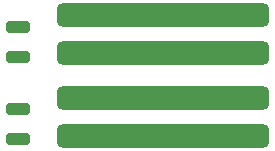
<source format=gbr>
%TF.GenerationSoftware,KiCad,Pcbnew,8.0.5*%
%TF.CreationDate,2025-02-11T15:16:58+01:00*%
%TF.ProjectId,keerlusRelais,6b656572-6c75-4735-9265-6c6169732e6b,rev?*%
%TF.SameCoordinates,Original*%
%TF.FileFunction,Paste,Bot*%
%TF.FilePolarity,Positive*%
%FSLAX46Y46*%
G04 Gerber Fmt 4.6, Leading zero omitted, Abs format (unit mm)*
G04 Created by KiCad (PCBNEW 8.0.5) date 2025-02-11 15:16:58*
%MOMM*%
%LPD*%
G01*
G04 APERTURE LIST*
G04 Aperture macros list*
%AMRoundRect*
0 Rectangle with rounded corners*
0 $1 Rounding radius*
0 $2 $3 $4 $5 $6 $7 $8 $9 X,Y pos of 4 corners*
0 Add a 4 corners polygon primitive as box body*
4,1,4,$2,$3,$4,$5,$6,$7,$8,$9,$2,$3,0*
0 Add four circle primitives for the rounded corners*
1,1,$1+$1,$2,$3*
1,1,$1+$1,$4,$5*
1,1,$1+$1,$6,$7*
1,1,$1+$1,$8,$9*
0 Add four rect primitives between the rounded corners*
20,1,$1+$1,$2,$3,$4,$5,0*
20,1,$1+$1,$4,$5,$6,$7,0*
20,1,$1+$1,$6,$7,$8,$9,0*
20,1,$1+$1,$8,$9,$2,$3,0*%
G04 Aperture macros list end*
%ADD10RoundRect,0.250000X0.750000X-0.250000X0.750000X0.250000X-0.750000X0.250000X-0.750000X-0.250000X0*%
%ADD11RoundRect,0.500000X8.500000X-0.500000X8.500000X0.500000X-8.500000X0.500000X-8.500000X-0.500000X0*%
G04 APERTURE END LIST*
D10*
%TO.C,U1*%
X80700000Y-132670000D03*
D11*
X92914000Y-132355000D03*
D10*
X80700000Y-130130000D03*
D11*
X92914000Y-129180000D03*
%TD*%
D10*
%TO.C,J6*%
X80700000Y-139670000D03*
D11*
X92914000Y-139355000D03*
D10*
X80700000Y-137130000D03*
D11*
X92914000Y-136180000D03*
%TD*%
M02*

</source>
